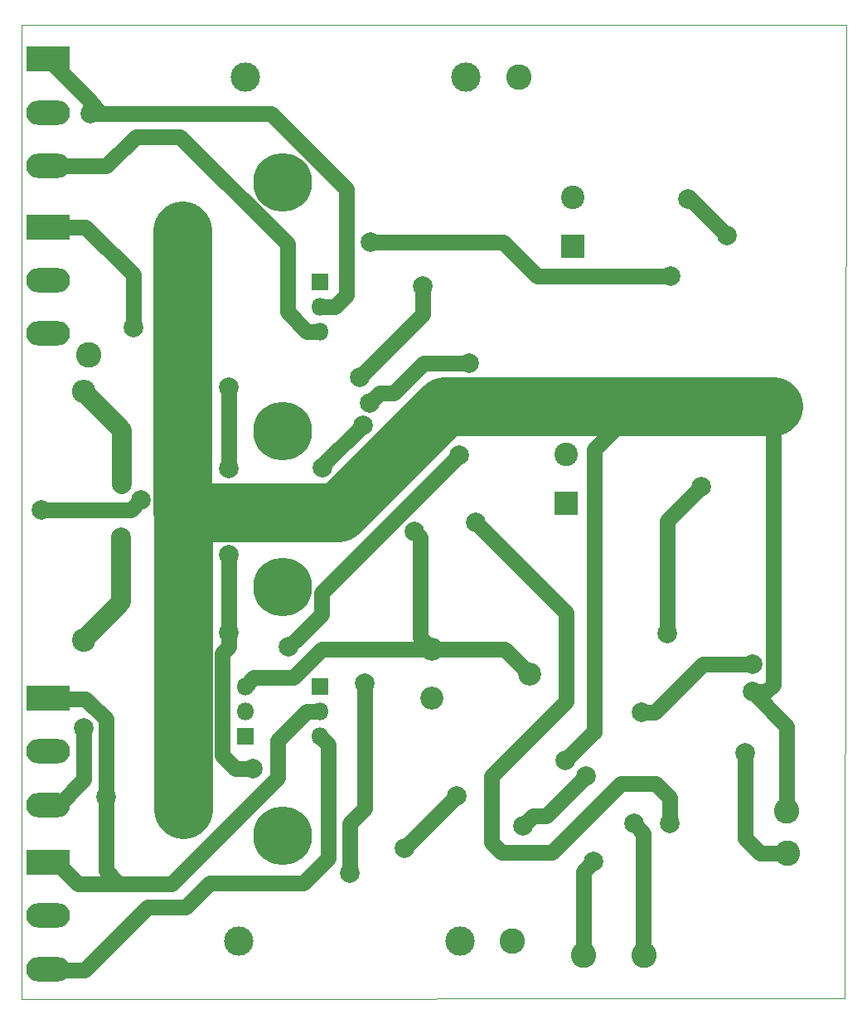
<source format=gbl>
%TF.GenerationSoftware,KiCad,Pcbnew,5.1.5-52549c5~84~ubuntu18.04.1*%
%TF.CreationDate,2020-04-30T17:46:21+12:00*%
%TF.ProjectId,Trimodal SMD Cheap,5472696d-6f64-4616-9c20-534d44204368,rev?*%
%TF.SameCoordinates,Original*%
%TF.FileFunction,Copper,L2,Bot*%
%TF.FilePolarity,Positive*%
%FSLAX46Y46*%
G04 Gerber Fmt 4.6, Leading zero omitted, Abs format (unit mm)*
G04 Created by KiCad (PCBNEW 5.1.5-52549c5~84~ubuntu18.04.1) date 2020-04-30 17:46:21*
%MOMM*%
%LPD*%
G04 APERTURE LIST*
%ADD10C,0.100000*%
%ADD11C,6.000000*%
%ADD12C,3.000000*%
%ADD13C,2.600000*%
%ADD14C,2.400000*%
%ADD15O,2.400000X2.400000*%
%ADD16C,2.340000*%
%ADD17O,1.800000X1.800000*%
%ADD18R,1.800000X1.800000*%
%ADD19R,4.500000X2.500000*%
%ADD20O,4.500000X2.500000*%
%ADD21R,2.400000X2.400000*%
%ADD22C,2.000000*%
%ADD23C,5.000000*%
%ADD24C,4.000000*%
%ADD25C,1.600000*%
%ADD26C,6.000001*%
%ADD27C,2.000000*%
G04 APERTURE END LIST*
D10*
X146494500Y-32131000D02*
X146367500Y-131572000D01*
X62230000Y-32194500D02*
X146494500Y-32131000D01*
X62293500Y-131635500D02*
X62230000Y-32194500D01*
X146367500Y-131572000D02*
X62293500Y-131635500D01*
D11*
X88900000Y-114935000D03*
X88900000Y-89535000D03*
D12*
X107055000Y-125730000D03*
X84455000Y-125730000D03*
X85090000Y-37465000D03*
X107690000Y-37465000D03*
D11*
X88900000Y-48260000D03*
X88900000Y-73660000D03*
D13*
X140525500Y-116713000D03*
X140398500Y-112395000D03*
X69151500Y-65849500D03*
X85344000Y-81915000D03*
X112395000Y-125730000D03*
X113030000Y-37465000D03*
D14*
X68580000Y-94996000D03*
D15*
X68580000Y-69596000D03*
D16*
X104140000Y-95925000D03*
X114140000Y-98425000D03*
X104140000Y-100925000D03*
D13*
X89725500Y-81978500D03*
D17*
X92710000Y-104775000D03*
X92710000Y-102235000D03*
D18*
X92710000Y-99695000D03*
D19*
X64960500Y-117665500D03*
D20*
X64960500Y-123115500D03*
X64960500Y-128565500D03*
D18*
X92710000Y-58420000D03*
D17*
X92710000Y-60960000D03*
X92710000Y-63500000D03*
D19*
X64960500Y-35645500D03*
D20*
X64960500Y-41095500D03*
X64960500Y-46545500D03*
D18*
X85090000Y-104775000D03*
D17*
X85090000Y-102235000D03*
X85090000Y-99695000D03*
D20*
X64960500Y-63690500D03*
X64960500Y-58240500D03*
D19*
X64960500Y-52790500D03*
X64960500Y-100901500D03*
D20*
X64960500Y-106351500D03*
X64960500Y-111801500D03*
D13*
X119697500Y-127127000D03*
X125857000Y-127127000D03*
D21*
X117919500Y-81026000D03*
D14*
X117919500Y-76026000D03*
X118554500Y-49800500D03*
D21*
X118554500Y-54800500D03*
D22*
X136144000Y-106489500D03*
D23*
X78676500Y-53149500D03*
X78740000Y-111569500D03*
D24*
X118745000Y-70993000D03*
X139065000Y-71120000D03*
D22*
X117792500Y-107251500D03*
X136906000Y-100266500D03*
X128216250Y-94287750D03*
X131699000Y-79311500D03*
X102362000Y-83883500D03*
X97917000Y-54356000D03*
X128587500Y-57848500D03*
X89535000Y-95694500D03*
X106997500Y-76073000D03*
X101409500Y-116205000D03*
X106680000Y-110934500D03*
X72453500Y-84455000D03*
X83415000Y-94210000D03*
X83439000Y-69146999D03*
X83415000Y-86233000D03*
X83439000Y-77470000D03*
X85852000Y-108077000D03*
X64325500Y-81661000D03*
X74422000Y-80645000D03*
X125565000Y-102324000D03*
X136969500Y-97409000D03*
X108648500Y-82931000D03*
X128480000Y-113684500D03*
X72517000Y-79057500D03*
X113474500Y-113919000D03*
X119951500Y-108839000D03*
X93027500Y-77343000D03*
X97152316Y-73027684D03*
X70866000Y-110998000D03*
X69278500Y-41211500D03*
X73660000Y-63055500D03*
X97345500Y-99377500D03*
X95758000Y-118745000D03*
X97806817Y-70722183D03*
X107950000Y-66675000D03*
X130302000Y-49911000D03*
X134302500Y-53657500D03*
X68643500Y-103949500D03*
X96837500Y-68135500D03*
X103251000Y-58864500D03*
X120713500Y-117602000D03*
X124800500Y-113728500D03*
D25*
X136144000Y-106489500D02*
X136144000Y-115189000D01*
X137668000Y-116713000D02*
X140525500Y-116713000D01*
X136144000Y-115189000D02*
X137668000Y-116713000D01*
D26*
X80645000Y-81915000D02*
X82483477Y-81915000D01*
X82483477Y-81915000D02*
X94615000Y-81915000D01*
X94615000Y-81915000D02*
X105410000Y-71120000D01*
X78740000Y-81915000D02*
X80645000Y-81915000D01*
X105410000Y-71120000D02*
X118745000Y-71120000D01*
X139065000Y-71120000D02*
X139065000Y-71120000D01*
X139065000Y-71120000D02*
X139065000Y-71120000D01*
X78740000Y-81915000D02*
X78740000Y-112268000D01*
X78676500Y-81851500D02*
X78740000Y-81915000D01*
X78676500Y-53149500D02*
X78676500Y-81851500D01*
X128524000Y-71120000D02*
X139065000Y-71120000D01*
D25*
X120777000Y-75501500D02*
X125158500Y-71120000D01*
X120650000Y-104394000D02*
X120777000Y-104394000D01*
X117792500Y-107251500D02*
X120650000Y-104394000D01*
D26*
X118745000Y-71120000D02*
X125158500Y-71120000D01*
D25*
X120777000Y-104394000D02*
X120777000Y-75501500D01*
D26*
X125158500Y-71120000D02*
X128524000Y-71120000D01*
D25*
X140398500Y-103759000D02*
X140398500Y-112395000D01*
X136906000Y-100266500D02*
X140398500Y-103759000D01*
X139065000Y-73948427D02*
X139065000Y-71120000D01*
X139065000Y-99521713D02*
X139065000Y-73948427D01*
X138320213Y-100266500D02*
X139065000Y-99521713D01*
X136906000Y-100266500D02*
X138320213Y-100266500D01*
X128216250Y-94287750D02*
X128216250Y-82794250D01*
X128216250Y-82794250D02*
X131699000Y-79311500D01*
X131699000Y-79311500D02*
X131699000Y-79311500D01*
X102485371Y-95925000D02*
X104140000Y-95925000D01*
X92879998Y-95925000D02*
X102485371Y-95925000D01*
X90009997Y-98795001D02*
X92879998Y-95925000D01*
X85989999Y-98795001D02*
X90009997Y-98795001D01*
X85090000Y-99695000D02*
X85989999Y-98795001D01*
X111640000Y-95925000D02*
X114140000Y-98425000D01*
X104140000Y-95925000D02*
X111640000Y-95925000D01*
X102970001Y-94755001D02*
X102970001Y-84491501D01*
X104140000Y-95925000D02*
X102970001Y-94755001D01*
X102970001Y-84491501D02*
X102362000Y-83883500D01*
X102362000Y-83883500D02*
X102362000Y-83883500D01*
X97917000Y-54356000D02*
X111442500Y-54356000D01*
X111442500Y-54356000D02*
X114935000Y-57848500D01*
X114935000Y-57848500D02*
X128587500Y-57848500D01*
X128587500Y-57848500D02*
X128587500Y-57848500D01*
X106997500Y-76073000D02*
X106997500Y-76073000D01*
X90534999Y-94694501D02*
X89535000Y-95694500D01*
X92900001Y-92329499D02*
X90534999Y-94694501D01*
X92900001Y-90170499D02*
X92900001Y-92329499D01*
X106997500Y-76073000D02*
X92900001Y-90170499D01*
X101409500Y-116205000D02*
X106680000Y-110934500D01*
X106680000Y-110934500D02*
X106680000Y-110934500D01*
X83415000Y-94210000D02*
X83415000Y-86399500D01*
X83415000Y-86399500D02*
X83415000Y-86399500D01*
X83439000Y-69146999D02*
X83439000Y-70561212D01*
X83439000Y-70561212D02*
X83439000Y-77470000D01*
X83439000Y-77470000D02*
X83439000Y-77470000D01*
X83415000Y-95624213D02*
X82740010Y-96299203D01*
X83415000Y-94210000D02*
X83415000Y-95624213D01*
X82740010Y-96299203D02*
X82740010Y-106743010D01*
X82740010Y-106743010D02*
X84074000Y-108077000D01*
X84074000Y-108077000D02*
X85852000Y-108077000D01*
X85852000Y-108077000D02*
X85852000Y-108077000D01*
D27*
X72453500Y-91122500D02*
X68580000Y-94996000D01*
X72453500Y-84455000D02*
X72453500Y-91122500D01*
D25*
X73406000Y-81661000D02*
X64325500Y-81661000D01*
X74549000Y-80518000D02*
X73406000Y-81661000D01*
X126979213Y-102324000D02*
X131005213Y-98298000D01*
X125565000Y-102324000D02*
X126979213Y-102324000D01*
X131005213Y-98298000D02*
X131005213Y-98293287D01*
X131005213Y-98293287D02*
X131889500Y-97409000D01*
X131889500Y-97409000D02*
X136969500Y-97409000D01*
X136969500Y-97409000D02*
X136969500Y-97409000D01*
X117919500Y-92202000D02*
X108648500Y-82931000D01*
X117919500Y-101219000D02*
X117919500Y-92202000D01*
X110299500Y-115633500D02*
X110299500Y-108839000D01*
X128480000Y-111081000D02*
X127000000Y-109601000D01*
X128480000Y-113684500D02*
X128480000Y-111081000D01*
X111295239Y-116629239D02*
X110299500Y-115633500D01*
X110299500Y-108839000D02*
X117919500Y-101219000D01*
X127000000Y-109601000D02*
X123507500Y-109601000D01*
X123507500Y-109601000D02*
X116479261Y-116629239D01*
X116479261Y-116629239D02*
X111295239Y-116629239D01*
D27*
X72517000Y-73533000D02*
X68580000Y-69596000D01*
X72517000Y-79057500D02*
X72517000Y-73533000D01*
D25*
X113474500Y-113919000D02*
X114474499Y-112919001D01*
X114474499Y-112919001D02*
X115871499Y-112919001D01*
X115871499Y-112919001D02*
X119951500Y-108839000D01*
X119951500Y-108839000D02*
X119951500Y-108839000D01*
X64960500Y-46545500D02*
X70929500Y-46545500D01*
X70929500Y-46545500D02*
X73914000Y-43561000D01*
X73914000Y-43561000D02*
X78422500Y-43561000D01*
X78422500Y-43561000D02*
X89408000Y-54546500D01*
X89408000Y-61470792D02*
X91437208Y-63500000D01*
X91437208Y-63500000D02*
X92710000Y-63500000D01*
X89408000Y-54546500D02*
X89408000Y-61470792D01*
X97152316Y-73027684D02*
X97152316Y-73027684D01*
X93027500Y-77152500D02*
X97152316Y-73027684D01*
X93027500Y-77343000D02*
X93027500Y-77152500D01*
X65897000Y-117740000D02*
X68045000Y-119888000D01*
X64897000Y-117740000D02*
X65897000Y-117740000D01*
X77597000Y-119888000D02*
X88455500Y-109029500D01*
X91437208Y-102235000D02*
X92710000Y-102235000D01*
X88455500Y-105216708D02*
X91437208Y-102235000D01*
X88455500Y-109029500D02*
X88455500Y-105216708D01*
X68810500Y-100987000D02*
X70866000Y-103042500D01*
X64960500Y-100987000D02*
X68810500Y-100987000D01*
X70866000Y-118554500D02*
X72199500Y-119888000D01*
X70866000Y-103042500D02*
X70866000Y-110998000D01*
X68045000Y-119888000D02*
X72199500Y-119888000D01*
X72199500Y-119888000D02*
X77597000Y-119888000D01*
X70866000Y-110998000D02*
X70866000Y-118554500D01*
X87771502Y-41211500D02*
X95440500Y-48880498D01*
X74295000Y-41211500D02*
X87771502Y-41211500D01*
X93982792Y-60960000D02*
X92710000Y-60960000D01*
X95440500Y-59781500D02*
X94262000Y-60960000D01*
X94262000Y-60960000D02*
X93982792Y-60960000D01*
X95440500Y-48880498D02*
X95440500Y-59781500D01*
X64960500Y-35645500D02*
X65681000Y-35645500D01*
X73342500Y-41211500D02*
X72517000Y-41211500D01*
X74295000Y-41211500D02*
X73342500Y-41211500D01*
X69278500Y-41211500D02*
X69088000Y-41211500D01*
X69278500Y-39963500D02*
X64960500Y-35645500D01*
X69278500Y-41211500D02*
X69278500Y-39963500D01*
X69278500Y-40068500D02*
X70421500Y-41211500D01*
X69278500Y-39963500D02*
X69278500Y-40068500D01*
X72517000Y-41211500D02*
X70421500Y-41211500D01*
X70421500Y-41211500D02*
X69278500Y-41211500D01*
X68810500Y-52790500D02*
X73660000Y-57640000D01*
X64960500Y-52790500D02*
X68810500Y-52790500D01*
X73660000Y-57640000D02*
X73660000Y-63055500D01*
X73660000Y-63055500D02*
X73660000Y-63055500D01*
X95758000Y-113711287D02*
X97345500Y-112123787D01*
X95758000Y-115125500D02*
X95758000Y-113711287D01*
X97345500Y-112123787D02*
X97345500Y-99377500D01*
X97345500Y-99377500D02*
X97345500Y-99377500D01*
X95758000Y-115125500D02*
X95758000Y-118745000D01*
X95758000Y-118745000D02*
X95758000Y-118745000D01*
X98806816Y-69722184D02*
X100267316Y-69722184D01*
X97806817Y-70722183D02*
X98806816Y-69722184D01*
X100267316Y-69722184D02*
X103314500Y-66675000D01*
X103314500Y-66675000D02*
X107950000Y-66675000D01*
X107950000Y-66675000D02*
X108013500Y-66675000D01*
X130556000Y-49911000D02*
X134302500Y-53657500D01*
X130302000Y-49911000D02*
X130556000Y-49911000D01*
X68643500Y-105029000D02*
X68643500Y-105029000D01*
X65960500Y-111887000D02*
X64960500Y-111887000D01*
X68643500Y-103949500D02*
X68643500Y-109204000D01*
X68643500Y-109204000D02*
X65960500Y-111887000D01*
X93609999Y-105674999D02*
X92710000Y-104775000D01*
X93609999Y-117273501D02*
X93609999Y-105674999D01*
X64897000Y-128640000D02*
X68747000Y-128640000D01*
X68747000Y-128640000D02*
X75149500Y-122237500D01*
X75149500Y-122237500D02*
X79057500Y-122237500D01*
X79057500Y-122237500D02*
X81470500Y-119824500D01*
X81470500Y-119824500D02*
X91059000Y-119824500D01*
X91059000Y-119824500D02*
X93609999Y-117273501D01*
X96837500Y-68135500D02*
X103251000Y-61722000D01*
X103251000Y-61722000D02*
X103251000Y-58864500D01*
X103251000Y-58864500D02*
X103251000Y-58864500D01*
X119713501Y-118601999D02*
X119713501Y-127555499D01*
X120713500Y-117602000D02*
X119713501Y-118601999D01*
X125800499Y-114728499D02*
X125800499Y-127564501D01*
X124800500Y-113728500D02*
X125800499Y-114728499D01*
M02*

</source>
